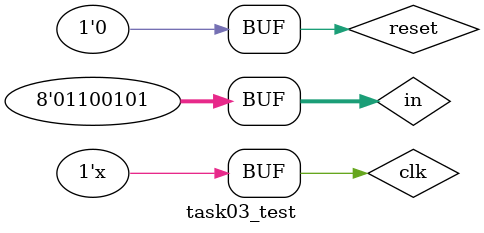
<source format=v>
`timescale 1ns / 1ps
module task03_test;

	// Inputs
	reg [7:0] in;
	reg clk;
	reg reset;

	// Outputs
	wire out;

	// Instantiate the Unit Under Test (UUT)
	task03 uut (
		.out(out),
		.in(in),
		.clk(clk),
		.reset(reset)
	);

	always begin
		#5 clk = ~clk;
	end

	initial begin
		// Initialize Inputs
		in = 0;
		clk = 0;
		reset = 1;

		// Wait 100 ns for global reset to finish
		#100;

		// Add stimulus here
		#5; // Sync with clk

		#10 reset = 0;

		#10 in = "B";
		#10 in = "B";
		#10 in = "E";
		#10 in = "A";
		#10 in = "B";
		#10 in = "A";
		#10 in = "D";
		#10 in = "C";
		#10 in = "X";
		#10 in = "a";
		#10 in = "b";
		#10 in = "e";
		#10 in = "e";
	end

endmodule

</source>
